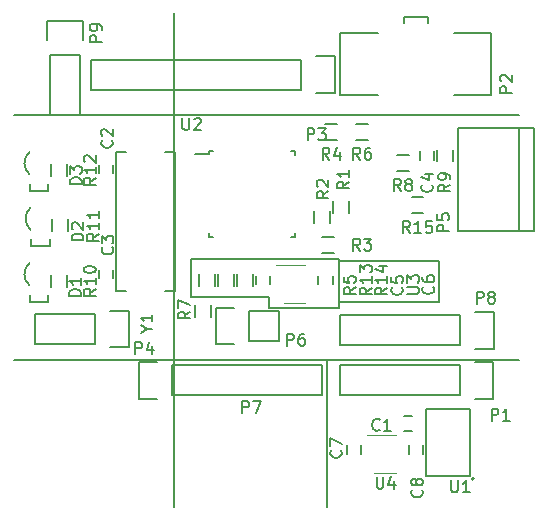
<source format=gto>
G04 #@! TF.FileFunction,Legend,Top*
%FSLAX46Y46*%
G04 Gerber Fmt 4.6, Leading zero omitted, Abs format (unit mm)*
G04 Created by KiCad (PCBNEW 4.0.5) date Thursday, January 05, 2017 'PMt' 10:01:30 PM*
%MOMM*%
%LPD*%
G01*
G04 APERTURE LIST*
%ADD10C,0.150000*%
%ADD11C,0.200000*%
%ADD12C,0.120000*%
G04 APERTURE END LIST*
D10*
D11*
X126500000Y-129350000D02*
X126500000Y-141850000D01*
X115000000Y-124050000D02*
X115000000Y-120800000D01*
X120000000Y-124050000D02*
X115000000Y-124050000D01*
X121550000Y-124350000D02*
X121550000Y-124050000D01*
X121550000Y-124050000D02*
X120000000Y-124050000D01*
X121550000Y-124950000D02*
X121550000Y-124350000D01*
X127500000Y-124950000D02*
X121550000Y-124950000D01*
X127500000Y-120800000D02*
X127500000Y-124950000D01*
X115000000Y-120800000D02*
X127500000Y-120800000D01*
X136000000Y-124500000D02*
X127500000Y-124500000D01*
X136000000Y-121000000D02*
X136000000Y-124500000D01*
X127500000Y-121000000D02*
X136000000Y-121000000D01*
X127500000Y-124500000D02*
X127500000Y-121000000D01*
X100000000Y-129350000D02*
X142750000Y-129350000D01*
X113500000Y-141850000D02*
X113500000Y-100000000D01*
X142750000Y-108600000D02*
X100000000Y-108600000D01*
D10*
X128950000Y-109375000D02*
X129950000Y-109375000D01*
X129950000Y-110725000D02*
X128950000Y-110725000D01*
X108650640Y-111801520D02*
X108650640Y-123500760D01*
X113649360Y-123500760D02*
X113649360Y-111801520D01*
X108650640Y-123500760D02*
X109499000Y-123500760D01*
X113649360Y-123500760D02*
X112801000Y-123500760D01*
X108650640Y-111801520D02*
X109499000Y-111801520D01*
X113649360Y-111801520D02*
X112801000Y-111801520D01*
D12*
X130500000Y-138910000D02*
X132300000Y-138910000D01*
X132300000Y-135690000D02*
X129850000Y-135690000D01*
X122800000Y-124560000D02*
X124600000Y-124560000D01*
X124600000Y-121340000D02*
X122150000Y-121340000D01*
D10*
X116525000Y-111675000D02*
X116525000Y-111900000D01*
X123775000Y-111675000D02*
X123775000Y-111975000D01*
X123775000Y-118925000D02*
X123775000Y-118625000D01*
X116525000Y-118925000D02*
X116525000Y-118625000D01*
X116525000Y-111675000D02*
X116825000Y-111675000D01*
X116525000Y-118925000D02*
X116825000Y-118925000D01*
X123775000Y-118925000D02*
X123475000Y-118925000D01*
X123775000Y-111675000D02*
X123475000Y-111675000D01*
X116525000Y-111900000D02*
X115300000Y-111900000D01*
X138925000Y-139425000D02*
G75*
G03X138925000Y-139425000I-100000J0D01*
G01*
X134900000Y-133500000D02*
X134900000Y-139200000D01*
X138600000Y-133500000D02*
X134900000Y-133500000D01*
X138600000Y-139200000D02*
X138600000Y-133500000D01*
X134900000Y-139200000D02*
X138600000Y-139200000D01*
X118825000Y-123100000D02*
X118825000Y-122100000D01*
X120175000Y-122100000D02*
X120175000Y-123100000D01*
X117225000Y-123100000D02*
X117225000Y-122100000D01*
X118575000Y-122100000D02*
X118575000Y-123100000D01*
X103125000Y-113750000D02*
X103125000Y-112750000D01*
X104475000Y-112750000D02*
X104475000Y-113750000D01*
X103225000Y-118450000D02*
X103225000Y-117450000D01*
X104575000Y-117450000D02*
X104575000Y-118450000D01*
X103125000Y-123150000D02*
X103125000Y-122150000D01*
X104475000Y-122150000D02*
X104475000Y-123150000D01*
X137175000Y-111550000D02*
X137175000Y-112550000D01*
X135825000Y-112550000D02*
X135825000Y-111550000D01*
X132400000Y-112025000D02*
X133400000Y-112025000D01*
X133400000Y-113375000D02*
X132400000Y-113375000D01*
X116625000Y-124750000D02*
X116625000Y-125750000D01*
X115275000Y-125750000D02*
X115275000Y-124750000D01*
X116975000Y-122100000D02*
X116975000Y-123100000D01*
X115625000Y-123100000D02*
X115625000Y-122100000D01*
X126350000Y-109375000D02*
X127350000Y-109375000D01*
X127350000Y-110725000D02*
X126350000Y-110725000D01*
X127050000Y-120275000D02*
X126050000Y-120275000D01*
X126050000Y-118925000D02*
X127050000Y-118925000D01*
X126725000Y-116750000D02*
X126725000Y-117750000D01*
X125375000Y-117750000D02*
X125375000Y-116750000D01*
X128325000Y-115950000D02*
X128325000Y-116950000D01*
X126975000Y-116950000D02*
X126975000Y-115950000D01*
X113350000Y-132370000D02*
X126050000Y-132370000D01*
X126050000Y-132370000D02*
X126050000Y-129830000D01*
X126050000Y-129830000D02*
X113350000Y-129830000D01*
X110530000Y-132650000D02*
X112080000Y-132650000D01*
X113350000Y-132370000D02*
X113350000Y-129830000D01*
X112080000Y-129550000D02*
X110530000Y-129550000D01*
X110530000Y-129550000D02*
X110530000Y-132650000D01*
X117060000Y-128050000D02*
X118610000Y-128050000D01*
X122420000Y-127770000D02*
X119880000Y-127770000D01*
X119880000Y-127770000D02*
X119880000Y-125230000D01*
X118610000Y-124950000D02*
X117060000Y-124950000D01*
X117060000Y-124950000D02*
X117060000Y-128050000D01*
X119880000Y-125230000D02*
X122420000Y-125230000D01*
X122420000Y-125230000D02*
X122420000Y-127770000D01*
X143967460Y-118450900D02*
X143967460Y-109750900D01*
X137562460Y-118450900D02*
X137562460Y-109750900D01*
X137562460Y-109750900D02*
X143967460Y-109750900D01*
X142737460Y-109750900D02*
X142737460Y-118450900D01*
X143967460Y-118450900D02*
X137562460Y-118450900D01*
X108140000Y-128300000D02*
X109690000Y-128300000D01*
X109690000Y-128300000D02*
X109690000Y-125200000D01*
X109690000Y-125200000D02*
X108140000Y-125200000D01*
X106870000Y-128020000D02*
X101790000Y-128020000D01*
X101790000Y-128020000D02*
X101790000Y-125480000D01*
X101790000Y-125480000D02*
X106870000Y-125480000D01*
X106870000Y-125480000D02*
X106870000Y-128020000D01*
X133000000Y-100300000D02*
X133000000Y-100800000D01*
X135000000Y-100300000D02*
X133000000Y-100300000D01*
X135000000Y-100800000D02*
X135000000Y-100300000D01*
X127600000Y-106900000D02*
X130800000Y-106900000D01*
X127600000Y-101700000D02*
X127600000Y-106900000D01*
X130800000Y-101700000D02*
X127600000Y-101700000D01*
X140400000Y-101700000D02*
X137200000Y-101700000D01*
X140400000Y-106900000D02*
X140400000Y-101700000D01*
X140400000Y-106900000D02*
X137200000Y-106900000D01*
X137750000Y-129830000D02*
X127590000Y-129830000D01*
X127590000Y-129830000D02*
X127590000Y-132370000D01*
X127590000Y-132370000D02*
X137750000Y-132370000D01*
X140570000Y-129550000D02*
X139020000Y-129550000D01*
X137750000Y-129830000D02*
X137750000Y-132370000D01*
X139020000Y-132650000D02*
X140570000Y-132650000D01*
X140570000Y-132650000D02*
X140570000Y-129550000D01*
X134650000Y-136600000D02*
X134650000Y-137300000D01*
X133450000Y-137300000D02*
X133450000Y-136600000D01*
X129350000Y-136600000D02*
X129350000Y-137300000D01*
X128150000Y-137300000D02*
X128150000Y-136600000D01*
X126950000Y-122250000D02*
X126950000Y-122950000D01*
X125750000Y-122950000D02*
X125750000Y-122250000D01*
X121650000Y-122250000D02*
X121650000Y-122950000D01*
X120450000Y-122950000D02*
X120450000Y-122250000D01*
X135550000Y-111700000D02*
X135550000Y-112400000D01*
X134350000Y-112400000D02*
X134350000Y-111700000D01*
X107200000Y-122450000D02*
X107200000Y-121750000D01*
X108400000Y-121750000D02*
X108400000Y-122450000D01*
X108400000Y-112850000D02*
X108400000Y-113550000D01*
X107200000Y-113550000D02*
X107200000Y-112850000D01*
X133700000Y-135350000D02*
X133000000Y-135350000D01*
X133000000Y-134150000D02*
X133700000Y-134150000D01*
X101275000Y-121174999D02*
G75*
G03X101275000Y-123025000I825000J-925001D01*
G01*
X101300000Y-123850000D02*
X101300000Y-124450000D01*
X102900000Y-124450000D02*
X102900000Y-123850000D01*
X102900000Y-124450000D02*
X101300000Y-124450000D01*
X101375000Y-116474999D02*
G75*
G03X101375000Y-118325000I825000J-925001D01*
G01*
X101400000Y-119150000D02*
X101400000Y-119750000D01*
X103000000Y-119750000D02*
X103000000Y-119150000D01*
X103000000Y-119750000D02*
X101400000Y-119750000D01*
X101275000Y-111774999D02*
G75*
G03X101275000Y-113625000I825000J-925001D01*
G01*
X101300000Y-114450000D02*
X101300000Y-115050000D01*
X102900000Y-115050000D02*
X102900000Y-114450000D01*
X102900000Y-115050000D02*
X101300000Y-115050000D01*
X137760000Y-125580000D02*
X127600000Y-125580000D01*
X127600000Y-125580000D02*
X127600000Y-128120000D01*
X127600000Y-128120000D02*
X137760000Y-128120000D01*
X140580000Y-125300000D02*
X139030000Y-125300000D01*
X137760000Y-125580000D02*
X137760000Y-128120000D01*
X139030000Y-128400000D02*
X140580000Y-128400000D01*
X140580000Y-128400000D02*
X140580000Y-125300000D01*
X124320000Y-103930000D02*
X106540000Y-103930000D01*
X106540000Y-103930000D02*
X106540000Y-106470000D01*
X106540000Y-106470000D02*
X124320000Y-106470000D01*
X127140000Y-103650000D02*
X125590000Y-103650000D01*
X124320000Y-103930000D02*
X124320000Y-106470000D01*
X125590000Y-106750000D02*
X127140000Y-106750000D01*
X127140000Y-106750000D02*
X127140000Y-103650000D01*
X105850000Y-102260000D02*
X105850000Y-100710000D01*
X105850000Y-100710000D02*
X102750000Y-100710000D01*
X102750000Y-100710000D02*
X102750000Y-102260000D01*
X105570000Y-103530000D02*
X105570000Y-108610000D01*
X105570000Y-108610000D02*
X103030000Y-108610000D01*
X103030000Y-108610000D02*
X103030000Y-103530000D01*
X103030000Y-103530000D02*
X105570000Y-103530000D01*
X133650000Y-115575000D02*
X134650000Y-115575000D01*
X134650000Y-116925000D02*
X133650000Y-116925000D01*
X129283334Y-112402381D02*
X128950000Y-111926190D01*
X128711905Y-112402381D02*
X128711905Y-111402381D01*
X129092858Y-111402381D01*
X129188096Y-111450000D01*
X129235715Y-111497619D01*
X129283334Y-111592857D01*
X129283334Y-111735714D01*
X129235715Y-111830952D01*
X129188096Y-111878571D01*
X129092858Y-111926190D01*
X128711905Y-111926190D01*
X130140477Y-111402381D02*
X129950000Y-111402381D01*
X129854762Y-111450000D01*
X129807143Y-111497619D01*
X129711905Y-111640476D01*
X129664286Y-111830952D01*
X129664286Y-112211905D01*
X129711905Y-112307143D01*
X129759524Y-112354762D01*
X129854762Y-112402381D01*
X130045239Y-112402381D01*
X130140477Y-112354762D01*
X130188096Y-112307143D01*
X130235715Y-112211905D01*
X130235715Y-111973810D01*
X130188096Y-111878571D01*
X130140477Y-111830952D01*
X130045239Y-111783333D01*
X129854762Y-111783333D01*
X129759524Y-111830952D01*
X129711905Y-111878571D01*
X129664286Y-111973810D01*
X111226190Y-126726191D02*
X111702381Y-126726191D01*
X110702381Y-127059524D02*
X111226190Y-126726191D01*
X110702381Y-126392857D01*
X111702381Y-125535714D02*
X111702381Y-126107143D01*
X111702381Y-125821429D02*
X110702381Y-125821429D01*
X110845238Y-125916667D01*
X110940476Y-126011905D01*
X110988095Y-126107143D01*
X130688095Y-139252381D02*
X130688095Y-140061905D01*
X130735714Y-140157143D01*
X130783333Y-140204762D01*
X130878571Y-140252381D01*
X131069048Y-140252381D01*
X131164286Y-140204762D01*
X131211905Y-140157143D01*
X131259524Y-140061905D01*
X131259524Y-139252381D01*
X132164286Y-139585714D02*
X132164286Y-140252381D01*
X131926190Y-139204762D02*
X131688095Y-139919048D01*
X132307143Y-139919048D01*
X133252381Y-123761905D02*
X134061905Y-123761905D01*
X134157143Y-123714286D01*
X134204762Y-123666667D01*
X134252381Y-123571429D01*
X134252381Y-123380952D01*
X134204762Y-123285714D01*
X134157143Y-123238095D01*
X134061905Y-123190476D01*
X133252381Y-123190476D01*
X133252381Y-122809524D02*
X133252381Y-122190476D01*
X133633333Y-122523810D01*
X133633333Y-122380952D01*
X133680952Y-122285714D01*
X133728571Y-122238095D01*
X133823810Y-122190476D01*
X134061905Y-122190476D01*
X134157143Y-122238095D01*
X134204762Y-122285714D01*
X134252381Y-122380952D01*
X134252381Y-122666667D01*
X134204762Y-122761905D01*
X134157143Y-122809524D01*
X114238095Y-108902381D02*
X114238095Y-109711905D01*
X114285714Y-109807143D01*
X114333333Y-109854762D01*
X114428571Y-109902381D01*
X114619048Y-109902381D01*
X114714286Y-109854762D01*
X114761905Y-109807143D01*
X114809524Y-109711905D01*
X114809524Y-108902381D01*
X115238095Y-108997619D02*
X115285714Y-108950000D01*
X115380952Y-108902381D01*
X115619048Y-108902381D01*
X115714286Y-108950000D01*
X115761905Y-108997619D01*
X115809524Y-109092857D01*
X115809524Y-109188095D01*
X115761905Y-109330952D01*
X115190476Y-109902381D01*
X115809524Y-109902381D01*
X136988095Y-139552381D02*
X136988095Y-140361905D01*
X137035714Y-140457143D01*
X137083333Y-140504762D01*
X137178571Y-140552381D01*
X137369048Y-140552381D01*
X137464286Y-140504762D01*
X137511905Y-140457143D01*
X137559524Y-140361905D01*
X137559524Y-139552381D01*
X138559524Y-140552381D02*
X137988095Y-140552381D01*
X138273809Y-140552381D02*
X138273809Y-139552381D01*
X138178571Y-139695238D01*
X138083333Y-139790476D01*
X137988095Y-139838095D01*
X131552381Y-123242857D02*
X131076190Y-123576191D01*
X131552381Y-123814286D02*
X130552381Y-123814286D01*
X130552381Y-123433333D01*
X130600000Y-123338095D01*
X130647619Y-123290476D01*
X130742857Y-123242857D01*
X130885714Y-123242857D01*
X130980952Y-123290476D01*
X131028571Y-123338095D01*
X131076190Y-123433333D01*
X131076190Y-123814286D01*
X131552381Y-122290476D02*
X131552381Y-122861905D01*
X131552381Y-122576191D02*
X130552381Y-122576191D01*
X130695238Y-122671429D01*
X130790476Y-122766667D01*
X130838095Y-122861905D01*
X130885714Y-121433333D02*
X131552381Y-121433333D01*
X130504762Y-121671429D02*
X131219048Y-121909524D01*
X131219048Y-121290476D01*
X130252381Y-123242857D02*
X129776190Y-123576191D01*
X130252381Y-123814286D02*
X129252381Y-123814286D01*
X129252381Y-123433333D01*
X129300000Y-123338095D01*
X129347619Y-123290476D01*
X129442857Y-123242857D01*
X129585714Y-123242857D01*
X129680952Y-123290476D01*
X129728571Y-123338095D01*
X129776190Y-123433333D01*
X129776190Y-123814286D01*
X130252381Y-122290476D02*
X130252381Y-122861905D01*
X130252381Y-122576191D02*
X129252381Y-122576191D01*
X129395238Y-122671429D01*
X129490476Y-122766667D01*
X129538095Y-122861905D01*
X129252381Y-121957143D02*
X129252381Y-121338095D01*
X129633333Y-121671429D01*
X129633333Y-121528571D01*
X129680952Y-121433333D01*
X129728571Y-121385714D01*
X129823810Y-121338095D01*
X130061905Y-121338095D01*
X130157143Y-121385714D01*
X130204762Y-121433333D01*
X130252381Y-121528571D01*
X130252381Y-121814286D01*
X130204762Y-121909524D01*
X130157143Y-121957143D01*
X106902381Y-113942857D02*
X106426190Y-114276191D01*
X106902381Y-114514286D02*
X105902381Y-114514286D01*
X105902381Y-114133333D01*
X105950000Y-114038095D01*
X105997619Y-113990476D01*
X106092857Y-113942857D01*
X106235714Y-113942857D01*
X106330952Y-113990476D01*
X106378571Y-114038095D01*
X106426190Y-114133333D01*
X106426190Y-114514286D01*
X106902381Y-112990476D02*
X106902381Y-113561905D01*
X106902381Y-113276191D02*
X105902381Y-113276191D01*
X106045238Y-113371429D01*
X106140476Y-113466667D01*
X106188095Y-113561905D01*
X105997619Y-112609524D02*
X105950000Y-112561905D01*
X105902381Y-112466667D01*
X105902381Y-112228571D01*
X105950000Y-112133333D01*
X105997619Y-112085714D01*
X106092857Y-112038095D01*
X106188095Y-112038095D01*
X106330952Y-112085714D01*
X106902381Y-112657143D01*
X106902381Y-112038095D01*
X107152381Y-118692857D02*
X106676190Y-119026191D01*
X107152381Y-119264286D02*
X106152381Y-119264286D01*
X106152381Y-118883333D01*
X106200000Y-118788095D01*
X106247619Y-118740476D01*
X106342857Y-118692857D01*
X106485714Y-118692857D01*
X106580952Y-118740476D01*
X106628571Y-118788095D01*
X106676190Y-118883333D01*
X106676190Y-119264286D01*
X107152381Y-117740476D02*
X107152381Y-118311905D01*
X107152381Y-118026191D02*
X106152381Y-118026191D01*
X106295238Y-118121429D01*
X106390476Y-118216667D01*
X106438095Y-118311905D01*
X107152381Y-116788095D02*
X107152381Y-117359524D01*
X107152381Y-117073810D02*
X106152381Y-117073810D01*
X106295238Y-117169048D01*
X106390476Y-117264286D01*
X106438095Y-117359524D01*
X106902381Y-123342857D02*
X106426190Y-123676191D01*
X106902381Y-123914286D02*
X105902381Y-123914286D01*
X105902381Y-123533333D01*
X105950000Y-123438095D01*
X105997619Y-123390476D01*
X106092857Y-123342857D01*
X106235714Y-123342857D01*
X106330952Y-123390476D01*
X106378571Y-123438095D01*
X106426190Y-123533333D01*
X106426190Y-123914286D01*
X106902381Y-122390476D02*
X106902381Y-122961905D01*
X106902381Y-122676191D02*
X105902381Y-122676191D01*
X106045238Y-122771429D01*
X106140476Y-122866667D01*
X106188095Y-122961905D01*
X105902381Y-121771429D02*
X105902381Y-121676190D01*
X105950000Y-121580952D01*
X105997619Y-121533333D01*
X106092857Y-121485714D01*
X106283333Y-121438095D01*
X106521429Y-121438095D01*
X106711905Y-121485714D01*
X106807143Y-121533333D01*
X106854762Y-121580952D01*
X106902381Y-121676190D01*
X106902381Y-121771429D01*
X106854762Y-121866667D01*
X106807143Y-121914286D01*
X106711905Y-121961905D01*
X106521429Y-122009524D01*
X106283333Y-122009524D01*
X106092857Y-121961905D01*
X105997619Y-121914286D01*
X105950000Y-121866667D01*
X105902381Y-121771429D01*
X136902381Y-114516666D02*
X136426190Y-114850000D01*
X136902381Y-115088095D02*
X135902381Y-115088095D01*
X135902381Y-114707142D01*
X135950000Y-114611904D01*
X135997619Y-114564285D01*
X136092857Y-114516666D01*
X136235714Y-114516666D01*
X136330952Y-114564285D01*
X136378571Y-114611904D01*
X136426190Y-114707142D01*
X136426190Y-115088095D01*
X136902381Y-114040476D02*
X136902381Y-113850000D01*
X136854762Y-113754761D01*
X136807143Y-113707142D01*
X136664286Y-113611904D01*
X136473810Y-113564285D01*
X136092857Y-113564285D01*
X135997619Y-113611904D01*
X135950000Y-113659523D01*
X135902381Y-113754761D01*
X135902381Y-113945238D01*
X135950000Y-114040476D01*
X135997619Y-114088095D01*
X136092857Y-114135714D01*
X136330952Y-114135714D01*
X136426190Y-114088095D01*
X136473810Y-114040476D01*
X136521429Y-113945238D01*
X136521429Y-113754761D01*
X136473810Y-113659523D01*
X136426190Y-113611904D01*
X136330952Y-113564285D01*
X132733334Y-115052381D02*
X132400000Y-114576190D01*
X132161905Y-115052381D02*
X132161905Y-114052381D01*
X132542858Y-114052381D01*
X132638096Y-114100000D01*
X132685715Y-114147619D01*
X132733334Y-114242857D01*
X132733334Y-114385714D01*
X132685715Y-114480952D01*
X132638096Y-114528571D01*
X132542858Y-114576190D01*
X132161905Y-114576190D01*
X133304762Y-114480952D02*
X133209524Y-114433333D01*
X133161905Y-114385714D01*
X133114286Y-114290476D01*
X133114286Y-114242857D01*
X133161905Y-114147619D01*
X133209524Y-114100000D01*
X133304762Y-114052381D01*
X133495239Y-114052381D01*
X133590477Y-114100000D01*
X133638096Y-114147619D01*
X133685715Y-114242857D01*
X133685715Y-114290476D01*
X133638096Y-114385714D01*
X133590477Y-114433333D01*
X133495239Y-114480952D01*
X133304762Y-114480952D01*
X133209524Y-114528571D01*
X133161905Y-114576190D01*
X133114286Y-114671429D01*
X133114286Y-114861905D01*
X133161905Y-114957143D01*
X133209524Y-115004762D01*
X133304762Y-115052381D01*
X133495239Y-115052381D01*
X133590477Y-115004762D01*
X133638096Y-114957143D01*
X133685715Y-114861905D01*
X133685715Y-114671429D01*
X133638096Y-114576190D01*
X133590477Y-114528571D01*
X133495239Y-114480952D01*
X114902381Y-125266666D02*
X114426190Y-125600000D01*
X114902381Y-125838095D02*
X113902381Y-125838095D01*
X113902381Y-125457142D01*
X113950000Y-125361904D01*
X113997619Y-125314285D01*
X114092857Y-125266666D01*
X114235714Y-125266666D01*
X114330952Y-125314285D01*
X114378571Y-125361904D01*
X114426190Y-125457142D01*
X114426190Y-125838095D01*
X113902381Y-124933333D02*
X113902381Y-124266666D01*
X114902381Y-124695238D01*
X128902381Y-123216666D02*
X128426190Y-123550000D01*
X128902381Y-123788095D02*
X127902381Y-123788095D01*
X127902381Y-123407142D01*
X127950000Y-123311904D01*
X127997619Y-123264285D01*
X128092857Y-123216666D01*
X128235714Y-123216666D01*
X128330952Y-123264285D01*
X128378571Y-123311904D01*
X128426190Y-123407142D01*
X128426190Y-123788095D01*
X127902381Y-122311904D02*
X127902381Y-122788095D01*
X128378571Y-122835714D01*
X128330952Y-122788095D01*
X128283333Y-122692857D01*
X128283333Y-122454761D01*
X128330952Y-122359523D01*
X128378571Y-122311904D01*
X128473810Y-122264285D01*
X128711905Y-122264285D01*
X128807143Y-122311904D01*
X128854762Y-122359523D01*
X128902381Y-122454761D01*
X128902381Y-122692857D01*
X128854762Y-122788095D01*
X128807143Y-122835714D01*
X126683334Y-112402381D02*
X126350000Y-111926190D01*
X126111905Y-112402381D02*
X126111905Y-111402381D01*
X126492858Y-111402381D01*
X126588096Y-111450000D01*
X126635715Y-111497619D01*
X126683334Y-111592857D01*
X126683334Y-111735714D01*
X126635715Y-111830952D01*
X126588096Y-111878571D01*
X126492858Y-111926190D01*
X126111905Y-111926190D01*
X127540477Y-111735714D02*
X127540477Y-112402381D01*
X127302381Y-111354762D02*
X127064286Y-112069048D01*
X127683334Y-112069048D01*
X129283334Y-120102381D02*
X128950000Y-119626190D01*
X128711905Y-120102381D02*
X128711905Y-119102381D01*
X129092858Y-119102381D01*
X129188096Y-119150000D01*
X129235715Y-119197619D01*
X129283334Y-119292857D01*
X129283334Y-119435714D01*
X129235715Y-119530952D01*
X129188096Y-119578571D01*
X129092858Y-119626190D01*
X128711905Y-119626190D01*
X129616667Y-119102381D02*
X130235715Y-119102381D01*
X129902381Y-119483333D01*
X130045239Y-119483333D01*
X130140477Y-119530952D01*
X130188096Y-119578571D01*
X130235715Y-119673810D01*
X130235715Y-119911905D01*
X130188096Y-120007143D01*
X130140477Y-120054762D01*
X130045239Y-120102381D01*
X129759524Y-120102381D01*
X129664286Y-120054762D01*
X129616667Y-120007143D01*
X126602381Y-115066666D02*
X126126190Y-115400000D01*
X126602381Y-115638095D02*
X125602381Y-115638095D01*
X125602381Y-115257142D01*
X125650000Y-115161904D01*
X125697619Y-115114285D01*
X125792857Y-115066666D01*
X125935714Y-115066666D01*
X126030952Y-115114285D01*
X126078571Y-115161904D01*
X126126190Y-115257142D01*
X126126190Y-115638095D01*
X125697619Y-114685714D02*
X125650000Y-114638095D01*
X125602381Y-114542857D01*
X125602381Y-114304761D01*
X125650000Y-114209523D01*
X125697619Y-114161904D01*
X125792857Y-114114285D01*
X125888095Y-114114285D01*
X126030952Y-114161904D01*
X126602381Y-114733333D01*
X126602381Y-114114285D01*
X128352381Y-114266666D02*
X127876190Y-114600000D01*
X128352381Y-114838095D02*
X127352381Y-114838095D01*
X127352381Y-114457142D01*
X127400000Y-114361904D01*
X127447619Y-114314285D01*
X127542857Y-114266666D01*
X127685714Y-114266666D01*
X127780952Y-114314285D01*
X127828571Y-114361904D01*
X127876190Y-114457142D01*
X127876190Y-114838095D01*
X128352381Y-113314285D02*
X128352381Y-113885714D01*
X128352381Y-113600000D02*
X127352381Y-113600000D01*
X127495238Y-113695238D01*
X127590476Y-113790476D01*
X127638095Y-113885714D01*
X119311905Y-133852381D02*
X119311905Y-132852381D01*
X119692858Y-132852381D01*
X119788096Y-132900000D01*
X119835715Y-132947619D01*
X119883334Y-133042857D01*
X119883334Y-133185714D01*
X119835715Y-133280952D01*
X119788096Y-133328571D01*
X119692858Y-133376190D01*
X119311905Y-133376190D01*
X120216667Y-132852381D02*
X120883334Y-132852381D01*
X120454762Y-133852381D01*
X123111905Y-128152381D02*
X123111905Y-127152381D01*
X123492858Y-127152381D01*
X123588096Y-127200000D01*
X123635715Y-127247619D01*
X123683334Y-127342857D01*
X123683334Y-127485714D01*
X123635715Y-127580952D01*
X123588096Y-127628571D01*
X123492858Y-127676190D01*
X123111905Y-127676190D01*
X124540477Y-127152381D02*
X124350000Y-127152381D01*
X124254762Y-127200000D01*
X124207143Y-127247619D01*
X124111905Y-127390476D01*
X124064286Y-127580952D01*
X124064286Y-127961905D01*
X124111905Y-128057143D01*
X124159524Y-128104762D01*
X124254762Y-128152381D01*
X124445239Y-128152381D01*
X124540477Y-128104762D01*
X124588096Y-128057143D01*
X124635715Y-127961905D01*
X124635715Y-127723810D01*
X124588096Y-127628571D01*
X124540477Y-127580952D01*
X124445239Y-127533333D01*
X124254762Y-127533333D01*
X124159524Y-127580952D01*
X124111905Y-127628571D01*
X124064286Y-127723810D01*
X136802381Y-118488095D02*
X135802381Y-118488095D01*
X135802381Y-118107142D01*
X135850000Y-118011904D01*
X135897619Y-117964285D01*
X135992857Y-117916666D01*
X136135714Y-117916666D01*
X136230952Y-117964285D01*
X136278571Y-118011904D01*
X136326190Y-118107142D01*
X136326190Y-118488095D01*
X135802381Y-117011904D02*
X135802381Y-117488095D01*
X136278571Y-117535714D01*
X136230952Y-117488095D01*
X136183333Y-117392857D01*
X136183333Y-117154761D01*
X136230952Y-117059523D01*
X136278571Y-117011904D01*
X136373810Y-116964285D01*
X136611905Y-116964285D01*
X136707143Y-117011904D01*
X136754762Y-117059523D01*
X136802381Y-117154761D01*
X136802381Y-117392857D01*
X136754762Y-117488095D01*
X136707143Y-117535714D01*
X110261905Y-128852381D02*
X110261905Y-127852381D01*
X110642858Y-127852381D01*
X110738096Y-127900000D01*
X110785715Y-127947619D01*
X110833334Y-128042857D01*
X110833334Y-128185714D01*
X110785715Y-128280952D01*
X110738096Y-128328571D01*
X110642858Y-128376190D01*
X110261905Y-128376190D01*
X111690477Y-128185714D02*
X111690477Y-128852381D01*
X111452381Y-127804762D02*
X111214286Y-128519048D01*
X111833334Y-128519048D01*
X142152381Y-106738095D02*
X141152381Y-106738095D01*
X141152381Y-106357142D01*
X141200000Y-106261904D01*
X141247619Y-106214285D01*
X141342857Y-106166666D01*
X141485714Y-106166666D01*
X141580952Y-106214285D01*
X141628571Y-106261904D01*
X141676190Y-106357142D01*
X141676190Y-106738095D01*
X141247619Y-105785714D02*
X141200000Y-105738095D01*
X141152381Y-105642857D01*
X141152381Y-105404761D01*
X141200000Y-105309523D01*
X141247619Y-105261904D01*
X141342857Y-105214285D01*
X141438095Y-105214285D01*
X141580952Y-105261904D01*
X142152381Y-105833333D01*
X142152381Y-105214285D01*
X140411905Y-134502381D02*
X140411905Y-133502381D01*
X140792858Y-133502381D01*
X140888096Y-133550000D01*
X140935715Y-133597619D01*
X140983334Y-133692857D01*
X140983334Y-133835714D01*
X140935715Y-133930952D01*
X140888096Y-133978571D01*
X140792858Y-134026190D01*
X140411905Y-134026190D01*
X141935715Y-134502381D02*
X141364286Y-134502381D01*
X141650000Y-134502381D02*
X141650000Y-133502381D01*
X141554762Y-133645238D01*
X141459524Y-133740476D01*
X141364286Y-133788095D01*
X134507143Y-140366666D02*
X134554762Y-140414285D01*
X134602381Y-140557142D01*
X134602381Y-140652380D01*
X134554762Y-140795238D01*
X134459524Y-140890476D01*
X134364286Y-140938095D01*
X134173810Y-140985714D01*
X134030952Y-140985714D01*
X133840476Y-140938095D01*
X133745238Y-140890476D01*
X133650000Y-140795238D01*
X133602381Y-140652380D01*
X133602381Y-140557142D01*
X133650000Y-140414285D01*
X133697619Y-140366666D01*
X134030952Y-139795238D02*
X133983333Y-139890476D01*
X133935714Y-139938095D01*
X133840476Y-139985714D01*
X133792857Y-139985714D01*
X133697619Y-139938095D01*
X133650000Y-139890476D01*
X133602381Y-139795238D01*
X133602381Y-139604761D01*
X133650000Y-139509523D01*
X133697619Y-139461904D01*
X133792857Y-139414285D01*
X133840476Y-139414285D01*
X133935714Y-139461904D01*
X133983333Y-139509523D01*
X134030952Y-139604761D01*
X134030952Y-139795238D01*
X134078571Y-139890476D01*
X134126190Y-139938095D01*
X134221429Y-139985714D01*
X134411905Y-139985714D01*
X134507143Y-139938095D01*
X134554762Y-139890476D01*
X134602381Y-139795238D01*
X134602381Y-139604761D01*
X134554762Y-139509523D01*
X134507143Y-139461904D01*
X134411905Y-139414285D01*
X134221429Y-139414285D01*
X134126190Y-139461904D01*
X134078571Y-139509523D01*
X134030952Y-139604761D01*
X127657143Y-137016666D02*
X127704762Y-137064285D01*
X127752381Y-137207142D01*
X127752381Y-137302380D01*
X127704762Y-137445238D01*
X127609524Y-137540476D01*
X127514286Y-137588095D01*
X127323810Y-137635714D01*
X127180952Y-137635714D01*
X126990476Y-137588095D01*
X126895238Y-137540476D01*
X126800000Y-137445238D01*
X126752381Y-137302380D01*
X126752381Y-137207142D01*
X126800000Y-137064285D01*
X126847619Y-137016666D01*
X126752381Y-136683333D02*
X126752381Y-136016666D01*
X127752381Y-136445238D01*
X135457143Y-123166666D02*
X135504762Y-123214285D01*
X135552381Y-123357142D01*
X135552381Y-123452380D01*
X135504762Y-123595238D01*
X135409524Y-123690476D01*
X135314286Y-123738095D01*
X135123810Y-123785714D01*
X134980952Y-123785714D01*
X134790476Y-123738095D01*
X134695238Y-123690476D01*
X134600000Y-123595238D01*
X134552381Y-123452380D01*
X134552381Y-123357142D01*
X134600000Y-123214285D01*
X134647619Y-123166666D01*
X134552381Y-122309523D02*
X134552381Y-122500000D01*
X134600000Y-122595238D01*
X134647619Y-122642857D01*
X134790476Y-122738095D01*
X134980952Y-122785714D01*
X135361905Y-122785714D01*
X135457143Y-122738095D01*
X135504762Y-122690476D01*
X135552381Y-122595238D01*
X135552381Y-122404761D01*
X135504762Y-122309523D01*
X135457143Y-122261904D01*
X135361905Y-122214285D01*
X135123810Y-122214285D01*
X135028571Y-122261904D01*
X134980952Y-122309523D01*
X134933333Y-122404761D01*
X134933333Y-122595238D01*
X134980952Y-122690476D01*
X135028571Y-122738095D01*
X135123810Y-122785714D01*
X132807143Y-123216666D02*
X132854762Y-123264285D01*
X132902381Y-123407142D01*
X132902381Y-123502380D01*
X132854762Y-123645238D01*
X132759524Y-123740476D01*
X132664286Y-123788095D01*
X132473810Y-123835714D01*
X132330952Y-123835714D01*
X132140476Y-123788095D01*
X132045238Y-123740476D01*
X131950000Y-123645238D01*
X131902381Y-123502380D01*
X131902381Y-123407142D01*
X131950000Y-123264285D01*
X131997619Y-123216666D01*
X131902381Y-122311904D02*
X131902381Y-122788095D01*
X132378571Y-122835714D01*
X132330952Y-122788095D01*
X132283333Y-122692857D01*
X132283333Y-122454761D01*
X132330952Y-122359523D01*
X132378571Y-122311904D01*
X132473810Y-122264285D01*
X132711905Y-122264285D01*
X132807143Y-122311904D01*
X132854762Y-122359523D01*
X132902381Y-122454761D01*
X132902381Y-122692857D01*
X132854762Y-122788095D01*
X132807143Y-122835714D01*
X135357143Y-114516666D02*
X135404762Y-114564285D01*
X135452381Y-114707142D01*
X135452381Y-114802380D01*
X135404762Y-114945238D01*
X135309524Y-115040476D01*
X135214286Y-115088095D01*
X135023810Y-115135714D01*
X134880952Y-115135714D01*
X134690476Y-115088095D01*
X134595238Y-115040476D01*
X134500000Y-114945238D01*
X134452381Y-114802380D01*
X134452381Y-114707142D01*
X134500000Y-114564285D01*
X134547619Y-114516666D01*
X134785714Y-113659523D02*
X135452381Y-113659523D01*
X134404762Y-113897619D02*
X135119048Y-114135714D01*
X135119048Y-113516666D01*
X108307143Y-119816666D02*
X108354762Y-119864285D01*
X108402381Y-120007142D01*
X108402381Y-120102380D01*
X108354762Y-120245238D01*
X108259524Y-120340476D01*
X108164286Y-120388095D01*
X107973810Y-120435714D01*
X107830952Y-120435714D01*
X107640476Y-120388095D01*
X107545238Y-120340476D01*
X107450000Y-120245238D01*
X107402381Y-120102380D01*
X107402381Y-120007142D01*
X107450000Y-119864285D01*
X107497619Y-119816666D01*
X107402381Y-119483333D02*
X107402381Y-118864285D01*
X107783333Y-119197619D01*
X107783333Y-119054761D01*
X107830952Y-118959523D01*
X107878571Y-118911904D01*
X107973810Y-118864285D01*
X108211905Y-118864285D01*
X108307143Y-118911904D01*
X108354762Y-118959523D01*
X108402381Y-119054761D01*
X108402381Y-119340476D01*
X108354762Y-119435714D01*
X108307143Y-119483333D01*
X108257143Y-110766666D02*
X108304762Y-110814285D01*
X108352381Y-110957142D01*
X108352381Y-111052380D01*
X108304762Y-111195238D01*
X108209524Y-111290476D01*
X108114286Y-111338095D01*
X107923810Y-111385714D01*
X107780952Y-111385714D01*
X107590476Y-111338095D01*
X107495238Y-111290476D01*
X107400000Y-111195238D01*
X107352381Y-111052380D01*
X107352381Y-110957142D01*
X107400000Y-110814285D01*
X107447619Y-110766666D01*
X107447619Y-110385714D02*
X107400000Y-110338095D01*
X107352381Y-110242857D01*
X107352381Y-110004761D01*
X107400000Y-109909523D01*
X107447619Y-109861904D01*
X107542857Y-109814285D01*
X107638095Y-109814285D01*
X107780952Y-109861904D01*
X108352381Y-110433333D01*
X108352381Y-109814285D01*
X130933334Y-135257143D02*
X130885715Y-135304762D01*
X130742858Y-135352381D01*
X130647620Y-135352381D01*
X130504762Y-135304762D01*
X130409524Y-135209524D01*
X130361905Y-135114286D01*
X130314286Y-134923810D01*
X130314286Y-134780952D01*
X130361905Y-134590476D01*
X130409524Y-134495238D01*
X130504762Y-134400000D01*
X130647620Y-134352381D01*
X130742858Y-134352381D01*
X130885715Y-134400000D01*
X130933334Y-134447619D01*
X131885715Y-135352381D02*
X131314286Y-135352381D01*
X131600000Y-135352381D02*
X131600000Y-134352381D01*
X131504762Y-134495238D01*
X131409524Y-134590476D01*
X131314286Y-134638095D01*
X105652381Y-123938095D02*
X104652381Y-123938095D01*
X104652381Y-123700000D01*
X104700000Y-123557142D01*
X104795238Y-123461904D01*
X104890476Y-123414285D01*
X105080952Y-123366666D01*
X105223810Y-123366666D01*
X105414286Y-123414285D01*
X105509524Y-123461904D01*
X105604762Y-123557142D01*
X105652381Y-123700000D01*
X105652381Y-123938095D01*
X105652381Y-122414285D02*
X105652381Y-122985714D01*
X105652381Y-122700000D02*
X104652381Y-122700000D01*
X104795238Y-122795238D01*
X104890476Y-122890476D01*
X104938095Y-122985714D01*
X105852381Y-119238095D02*
X104852381Y-119238095D01*
X104852381Y-119000000D01*
X104900000Y-118857142D01*
X104995238Y-118761904D01*
X105090476Y-118714285D01*
X105280952Y-118666666D01*
X105423810Y-118666666D01*
X105614286Y-118714285D01*
X105709524Y-118761904D01*
X105804762Y-118857142D01*
X105852381Y-119000000D01*
X105852381Y-119238095D01*
X104947619Y-118285714D02*
X104900000Y-118238095D01*
X104852381Y-118142857D01*
X104852381Y-117904761D01*
X104900000Y-117809523D01*
X104947619Y-117761904D01*
X105042857Y-117714285D01*
X105138095Y-117714285D01*
X105280952Y-117761904D01*
X105852381Y-118333333D01*
X105852381Y-117714285D01*
X105702381Y-114488095D02*
X104702381Y-114488095D01*
X104702381Y-114250000D01*
X104750000Y-114107142D01*
X104845238Y-114011904D01*
X104940476Y-113964285D01*
X105130952Y-113916666D01*
X105273810Y-113916666D01*
X105464286Y-113964285D01*
X105559524Y-114011904D01*
X105654762Y-114107142D01*
X105702381Y-114250000D01*
X105702381Y-114488095D01*
X104702381Y-113583333D02*
X104702381Y-112964285D01*
X105083333Y-113297619D01*
X105083333Y-113154761D01*
X105130952Y-113059523D01*
X105178571Y-113011904D01*
X105273810Y-112964285D01*
X105511905Y-112964285D01*
X105607143Y-113011904D01*
X105654762Y-113059523D01*
X105702381Y-113154761D01*
X105702381Y-113440476D01*
X105654762Y-113535714D01*
X105607143Y-113583333D01*
X139161905Y-124602381D02*
X139161905Y-123602381D01*
X139542858Y-123602381D01*
X139638096Y-123650000D01*
X139685715Y-123697619D01*
X139733334Y-123792857D01*
X139733334Y-123935714D01*
X139685715Y-124030952D01*
X139638096Y-124078571D01*
X139542858Y-124126190D01*
X139161905Y-124126190D01*
X140304762Y-124030952D02*
X140209524Y-123983333D01*
X140161905Y-123935714D01*
X140114286Y-123840476D01*
X140114286Y-123792857D01*
X140161905Y-123697619D01*
X140209524Y-123650000D01*
X140304762Y-123602381D01*
X140495239Y-123602381D01*
X140590477Y-123650000D01*
X140638096Y-123697619D01*
X140685715Y-123792857D01*
X140685715Y-123840476D01*
X140638096Y-123935714D01*
X140590477Y-123983333D01*
X140495239Y-124030952D01*
X140304762Y-124030952D01*
X140209524Y-124078571D01*
X140161905Y-124126190D01*
X140114286Y-124221429D01*
X140114286Y-124411905D01*
X140161905Y-124507143D01*
X140209524Y-124554762D01*
X140304762Y-124602381D01*
X140495239Y-124602381D01*
X140590477Y-124554762D01*
X140638096Y-124507143D01*
X140685715Y-124411905D01*
X140685715Y-124221429D01*
X140638096Y-124126190D01*
X140590477Y-124078571D01*
X140495239Y-124030952D01*
X124851905Y-110752381D02*
X124851905Y-109752381D01*
X125232858Y-109752381D01*
X125328096Y-109800000D01*
X125375715Y-109847619D01*
X125423334Y-109942857D01*
X125423334Y-110085714D01*
X125375715Y-110180952D01*
X125328096Y-110228571D01*
X125232858Y-110276190D01*
X124851905Y-110276190D01*
X125756667Y-109752381D02*
X126375715Y-109752381D01*
X126042381Y-110133333D01*
X126185239Y-110133333D01*
X126280477Y-110180952D01*
X126328096Y-110228571D01*
X126375715Y-110323810D01*
X126375715Y-110561905D01*
X126328096Y-110657143D01*
X126280477Y-110704762D01*
X126185239Y-110752381D01*
X125899524Y-110752381D01*
X125804286Y-110704762D01*
X125756667Y-110657143D01*
X107402381Y-102438095D02*
X106402381Y-102438095D01*
X106402381Y-102057142D01*
X106450000Y-101961904D01*
X106497619Y-101914285D01*
X106592857Y-101866666D01*
X106735714Y-101866666D01*
X106830952Y-101914285D01*
X106878571Y-101961904D01*
X106926190Y-102057142D01*
X106926190Y-102438095D01*
X107402381Y-101390476D02*
X107402381Y-101200000D01*
X107354762Y-101104761D01*
X107307143Y-101057142D01*
X107164286Y-100961904D01*
X106973810Y-100914285D01*
X106592857Y-100914285D01*
X106497619Y-100961904D01*
X106450000Y-101009523D01*
X106402381Y-101104761D01*
X106402381Y-101295238D01*
X106450000Y-101390476D01*
X106497619Y-101438095D01*
X106592857Y-101485714D01*
X106830952Y-101485714D01*
X106926190Y-101438095D01*
X106973810Y-101390476D01*
X107021429Y-101295238D01*
X107021429Y-101104761D01*
X106973810Y-101009523D01*
X106926190Y-100961904D01*
X106830952Y-100914285D01*
X133507143Y-118602381D02*
X133173809Y-118126190D01*
X132935714Y-118602381D02*
X132935714Y-117602381D01*
X133316667Y-117602381D01*
X133411905Y-117650000D01*
X133459524Y-117697619D01*
X133507143Y-117792857D01*
X133507143Y-117935714D01*
X133459524Y-118030952D01*
X133411905Y-118078571D01*
X133316667Y-118126190D01*
X132935714Y-118126190D01*
X134459524Y-118602381D02*
X133888095Y-118602381D01*
X134173809Y-118602381D02*
X134173809Y-117602381D01*
X134078571Y-117745238D01*
X133983333Y-117840476D01*
X133888095Y-117888095D01*
X135364286Y-117602381D02*
X134888095Y-117602381D01*
X134840476Y-118078571D01*
X134888095Y-118030952D01*
X134983333Y-117983333D01*
X135221429Y-117983333D01*
X135316667Y-118030952D01*
X135364286Y-118078571D01*
X135411905Y-118173810D01*
X135411905Y-118411905D01*
X135364286Y-118507143D01*
X135316667Y-118554762D01*
X135221429Y-118602381D01*
X134983333Y-118602381D01*
X134888095Y-118554762D01*
X134840476Y-118507143D01*
M02*

</source>
